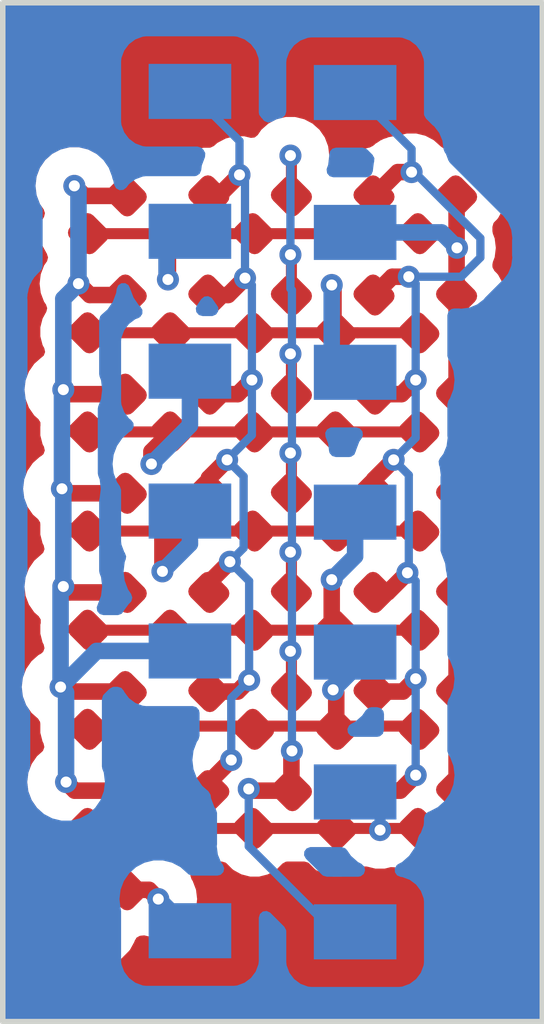
<source format=kicad_pcb>
(kicad_pcb (version 20221018) (generator pcbnew)
  (layers (0 "F.Cu" signal) (31 "B.Cu" signal) (34 "B.Paste" user) (35 "F.Paste" user) (36 "B.SilkS" user "B.Silkscreen") (37 "F.SilkS" user "F.Silkscreen") (38 "B.Mask" user) (39 "F.Mask" user) (44 "Edge.Cuts" user))
  (net 0 "")
  (net 1 "R1")
  (net 2 "C1")
  (net 3 "R2")
  (net 4 "R3")
  (net 5 "R4")
  (net 6 "R5")
  (net 7 "R6")
  (net 8 "R7")
  (net 9 "C2")
  (net 10 "C3")
  (net 11 "C4")
  (net 12 "C5")
  (net 13 "DP")
  (footprint "LED_SMD:LED_0402_1005Metric" (layer "F.Cu") (at 24.9 31.05 45)
    (fp_text reference "D19" hide)
    (fp_text value "LED" hide)
    (pad "1" smd roundrect (at -0.485 0 45) (size 0.59 0.64) (layers "F.Cu" "F.Paste" "F.Mask") (net 6 "R5"))
    (pad "2" smd roundrect (at 0.485 0 45) (size 0.59 0.64) (layers "F.Cu" "F.Paste" "F.Mask") (net 10 "C3"))
  )
  (footprint "LED_SMD:LED_0402_1005Metric" (layer "F.Cu") (at 26.4 23.85 45)
    (fp_text reference "D22" hide)
    (fp_text value "LED" hide)
    (pad "1" smd roundrect (at -0.485 0 45) (size 0.59 0.64) (layers "F.Cu" "F.Paste" "F.Mask") (net 1 "R1"))
    (pad "2" smd roundrect (at 0.485 0 45) (size 0.59 0.64) (layers "F.Cu" "F.Paste" "F.Mask") (net 11 "C4"))
  )
  (footprint "LED_SMD:LED_0402_1005Metric" (layer "F.Cu") (at 27.9 34.65 45)
    (fp_text reference "D35" hide)
    (fp_text value "LED" hide)
    (pad "1" smd roundrect (at -0.485 0 45) (size 0.59 0.64) (layers "F.Cu" "F.Paste" "F.Mask") (net 8 "R7"))
    (pad "2" smd roundrect (at 0.485 0 45) (size 0.59 0.64) (layers "F.Cu" "F.Paste" "F.Mask") (net 12 "C5"))
  )
  (footprint "LED_SMD:LED_0402_1005Metric" (layer "F.Cu") (at 27.9 23.85 45)
    (fp_text reference "D29" hide)
    (fp_text value "LED" hide)
    (pad "1" smd roundrect (at -0.485 0 45) (size 0.59 0.64) (layers "F.Cu" "F.Paste" "F.Mask") (net 1 "R1"))
    (pad "2" smd roundrect (at 0.485 0 45) (size 0.59 0.64) (layers "F.Cu" "F.Paste" "F.Mask") (net 12 "C5"))
  )
  (footprint "LED_SMD:LED_0402_1005Metric" (layer "F.Cu") (at 24.9 27.45 45)
    (fp_text reference "D17" hide)
    (fp_text value "LED" hide)
    (pad "1" smd roundrect (at -0.485 0 45) (size 0.59 0.64) (layers "F.Cu" "F.Paste" "F.Mask") (net 4 "R3"))
    (pad "2" smd roundrect (at 0.485 0 45) (size 0.59 0.64) (layers "F.Cu" "F.Paste" "F.Mask") (net 10 "C3"))
  )
  (footprint "LED_SMD:LED_0402_1005Metric" (layer "F.Cu") (at 26.4 32.85 45)
    (fp_text reference "D27" hide)
    (fp_text value "LED" hide)
    (pad "1" smd roundrect (at -0.485 0 45) (size 0.59 0.64) (layers "F.Cu" "F.Paste" "F.Mask") (net 7 "R6"))
    (pad "2" smd roundrect (at 0.485 0 45) (size 0.59 0.64) (layers "F.Cu" "F.Paste" "F.Mask") (net 11 "C4"))
  )
  (footprint "LED_SMD:LED_0402_1005Metric" (layer "F.Cu") (at 21.9 32.85 45)
    (fp_text reference "D6" hide)
    (fp_text value "LED" hide)
    (pad "1" smd roundrect (at -0.485 0 45) (size 0.59 0.64) (layers "F.Cu" "F.Paste" "F.Mask") (net 7 "R6"))
    (pad "2" smd roundrect (at 0.485 0 45) (size 0.59 0.64) (layers "F.Cu" "F.Paste" "F.Mask") (net 2 "C1"))
  )
  (footprint "LED_SMD:LED_0402_1005Metric" (layer "F.Cu") (at 24.9 23.85 45)
    (fp_text reference "D15" hide)
    (fp_text value "LED" hide)
    (pad "1" smd roundrect (at -0.485 0 45) (size 0.59 0.64) (layers "F.Cu" "F.Paste" "F.Mask") (net 1 "R1"))
    (pad "2" smd roundrect (at 0.485 0 45) (size 0.59 0.64) (layers "F.Cu" "F.Paste" "F.Mask") (net 10 "C3"))
  )
  (footprint "LED_SMD:LED_0402_1005Metric" (layer "F.Cu") (at 21.9 23.85 45)
    (fp_text reference "D1" hide)
    (fp_text value "LED" hide)
    (pad "1" smd roundrect (at -0.485 0 45) (size 0.59 0.64) (layers "F.Cu" "F.Paste" "F.Mask") (net 1 "R1"))
    (pad "2" smd roundrect (at 0.485 0 45) (size 0.59 0.64) (layers "F.Cu" "F.Paste" "F.Mask") (net 2 "C1"))
  )
  (footprint "LED_SMD:LED_0402_1005Metric" (layer "F.Cu") (at 23.4 25.65 45)
    (fp_text reference "D9" hide)
    (fp_text value "LED" hide)
    (pad "1" smd roundrect (at -0.485 0 45) (size 0.59 0.64) (layers "F.Cu" "F.Paste" "F.Mask") (net 3 "R2"))
    (pad "2" smd roundrect (at 0.485 0 45) (size 0.59 0.64) (layers "F.Cu" "F.Paste" "F.Mask") (net 9 "C2"))
  )
  (footprint "LED_SMD:LED_0402_1005Metric" (layer "F.Cu") (at 27.9 31.05 45)
    (fp_text reference "D33" hide)
    (fp_text value "LED" hide)
    (pad "1" smd roundrect (at -0.485 0 45) (size 0.59 0.64) (layers "F.Cu" "F.Paste" "F.Mask") (net 6 "R5"))
    (pad "2" smd roundrect (at 0.485 0 45) (size 0.59 0.64) (layers "F.Cu" "F.Paste" "F.Mask") (net 12 "C5"))
  )
  (footprint "LED_SMD:LED_0402_1005Metric" (layer "F.Cu") (at 26.4 34.65 45)
    (fp_text reference "D28" hide)
    (fp_text value "LED" hide)
    (pad "1" smd roundrect (at -0.485 0 45) (size 0.59 0.64) (layers "F.Cu" "F.Paste" "F.Mask") (net 8 "R7"))
    (pad "2" smd roundrect (at 0.485 0 45) (size 0.59 0.64) (layers "F.Cu" "F.Paste" "F.Mask") (net 11 "C4"))
  )
  (footprint "LED_SMD:LED_0402_1005Metric" (layer "F.Cu") (at 26.4 31.05 45)
    (fp_text reference "D26" hide)
    (fp_text value "LED" hide)
    (pad "1" smd roundrect (at -0.485 0 45) (size 0.59 0.64) (layers "F.Cu" "F.Paste" "F.Mask") (net 6 "R5"))
    (pad "2" smd roundrect (at 0.485 0 45) (size 0.59 0.64) (layers "F.Cu" "F.Paste" "F.Mask") (net 11 "C4"))
  )
  (footprint "LED_SMD:LED_0402_1005Metric" (layer "F.Cu") (at 27.9 25.65 45)
    (fp_text reference "D30" hide)
    (fp_text value "LED" hide)
    (pad "1" smd roundrect (at -0.485 0 45) (size 0.59 0.64) (layers "F.Cu" "F.Paste" "F.Mask") (net 3 "R2"))
    (pad "2" smd roundrect (at 0.485 0 45) (size 0.59 0.64) (layers "F.Cu" "F.Paste" "F.Mask") (net 12 "C5"))
  )
  (footprint "LED_SMD:LED_0402_1005Metric" (layer "F.Cu") (at 27.9 29.25 45)
    (fp_text reference "D32" hide)
    (fp_text value "LED" hide)
    (pad "1" smd roundrect (at -0.485 0 45) (size 0.59 0.64) (layers "F.Cu" "F.Paste" "F.Mask") (net 5 "R4"))
    (pad "2" smd roundrect (at 0.485 0 45) (size 0.59 0.64) (layers "F.Cu" "F.Paste" "F.Mask") (net 12 "C5"))
  )
  (footprint "LED_SMD:LED_0402_1005Metric" (layer "F.Cu") (at 21.9 36.45 45)
    (fp_text reference "D36" hide)
    (fp_text value "LED" hide)
    (pad "1" smd roundrect (at -0.485 0 45) (size 0.59 0.64) (layers "F.Cu" "F.Paste" "F.Mask") (net 8 "R7"))
    (pad "2" smd roundrect (at 0.485 0 45) (size 0.59 0.64) (layers "F.Cu" "F.Paste" "F.Mask") (net 13 "DP"))
  )
  (footprint "LED_SMD:LED_0402_1005Metric" (layer "F.Cu") (at 24.9 29.25 45)
    (fp_text reference "D18" hide)
    (fp_text value "LED" hide)
    (pad "1" smd roundrect (at -0.485 0 45) (size 0.59 0.64) (layers "F.Cu" "F.Paste" "F.Mask") (net 5 "R4"))
    (pad "2" smd roundrect (at 0.485 0 45) (size 0.59 0.64) (layers "F.Cu" "F.Paste" "F.Mask") (net 10 "C3"))
  )
  (footprint "LED_SMD:LED_0402_1005Metric" (layer "F.Cu") (at 21.9 25.65 45)
    (fp_text reference "D2" hide)
    (fp_text value "LED" hide)
    (pad "1" smd roundrect (at -0.485 0 45) (size 0.59 0.64) (layers "F.Cu" "F.Paste" "F.Mask") (net 3 "R2"))
    (pad "2" smd roundrect (at 0.485 0 45) (size 0.59 0.64) (layers "F.Cu" "F.Paste" "F.Mask") (net 2 "C1"))
  )
  (footprint "LED_SMD:LED_0402_1005Metric" (layer "F.Cu") (at 24.9 25.65 45)
    (fp_text reference "D16" hide)
    (fp_text value "LED" hide)
    (pad "1" smd roundrect (at -0.485 0 45) (size 0.59 0.64) (layers "F.Cu" "F.Paste" "F.Mask") (net 3 "R2"))
    (pad "2" smd roundrect (at 0.485 0 45) (size 0.59 0.64) (layers "F.Cu" "F.Paste" "F.Mask") (net 10 "C3"))
  )
  (footprint "LED_SMD:LED_0402_1005Metric" (layer "F.Cu") (at 27.9 32.85 45)
    (fp_text reference "D34" hide)
    (fp_text value "LED" hide)
    (pad "1" smd roundrect (at -0.485 0 45) (size 0.59 0.64) (layers "F.Cu" "F.Paste" "F.Mask") (net 7 "R6"))
    (pad "2" smd roundrect (at 0.485 0 45) (size 0.59 0.64) (layers "F.Cu" "F.Paste" "F.Mask") (net 12 "C5"))
  )
  (footprint "LED_SMD:LED_0402_1005Metric" (layer "F.Cu") (at 26.4 27.45 45)
    (fp_text reference "D24" hide)
    (fp_text value "LED" hide)
    (pad "1" smd roundrect (at -0.485 0 45) (size 0.59 0.64) (layers "F.Cu" "F.Paste" "F.Mask") (net 4 "R3"))
    (pad "2" smd roundrect (at 0.485 0 45) (size 0.59 0.64) (layers "F.Cu" "F.Paste" "F.Mask") (net 11 "C4"))
  )
  (footprint "LED_SMD:LED_0402_1005Metric" (layer "F.Cu") (at 21.9 34.65 45)
    (fp_text reference "D7" hide)
    (fp_text value "LED" hide)
    (pad "1" smd roundrect (at -0.485 0 45) (size 0.59 0.64) (layers "F.Cu" "F.Paste" "F.Mask") (net 8 "R7"))
    (pad "2" smd roundrect (at 0.485 0 45) (size 0.59 0.64) (layers "F.Cu" "F.Paste" "F.Mask") (net 2 "C1"))
  )
  (footprint "LED_SMD:LED_0402_1005Metric" (layer "F.Cu") (at 23.4 32.85 45)
    (fp_text reference "D13" hide)
    (fp_text value "LED" hide)
    (pad "1" smd roundrect (at -0.485 0 45) (size 0.59 0.64) (layers "F.Cu" "F.Paste" "F.Mask") (net 7 "R6"))
    (pad "2" smd roundrect (at 0.485 0 45) (size 0.59 0.64) (layers "F.Cu" "F.Paste" "F.Mask") (net 9 "C2"))
  )
  (footprint "LED_SMD:LED_0402_1005Metric" (layer "F.Cu") (at 23.4 34.65 45)
    (fp_text reference "D14" hide)
    (fp_text value "LED" hide)
    (pad "1" smd roundrect (at -0.485 0 45) (size 0.59 0.64) (layers "F.Cu" "F.Paste" "F.Mask") (net 8 "R7"))
    (pad "2" smd roundrect (at 0.485 0 45) (size 0.59 0.64) (layers "F.Cu" "F.Paste" "F.Mask") (net 9 "C2"))
  )
  (footprint "LED_SMD:LED_0402_1005Metric" (layer "F.Cu") (at 27.9 27.45 45)
    (fp_text reference "D31" hide)
    (fp_text value "LED" hide)
    (pad "1" smd roundrect (at -0.485 0 45) (size 0.59 0.64) (layers "F.Cu" "F.Paste" "F.Mask") (net 4 "R3"))
    (pad "2" smd roundrect (at 0.485 0 45) (size 0.59 0.64) (layers "F.Cu" "F.Paste" "F.Mask") (net 12 "C5"))
  )
  (footprint "LED_SMD:LED_0402_1005Metric" (layer "F.Cu") (at 23.4 29.25 45)
    (fp_text reference "D11" hide)
    (fp_text value "LED" hide)
    (pad "1" smd roundrect (at -0.485 0 45) (size 0.59 0.64) (layers "F.Cu" "F.Paste" "F.Mask") (net 5 "R4"))
    (pad "2" smd roundrect (at 0.485 0 45) (size 0.59 0.64) (layers "F.Cu" "F.Paste" "F.Mask") (net 9 "C2"))
  )
  (footprint "LED_SMD:LED_0402_1005Metric" (layer "F.Cu") (at 21.9 31.05 45)
    (fp_text reference "D5" hide)
    (fp_text value "LED" hide)
    (pad "1" smd roundrect (at -0.485 0 45) (size 0.59 0.64) (layers "F.Cu" "F.Paste" "F.Mask") (net 6 "R5"))
    (pad "2" smd roundrect (at 0.485 0 45) (size 0.59 0.64) (layers "F.Cu" "F.Paste" "F.Mask") (net 2 "C1"))
  )
  (footprint "LED_SMD:LED_0402_1005Metric" (layer "F.Cu") (at 23.4 31.05 45)
    (fp_text reference "D12" hide)
    (fp_text value "LED" hide)
    (pad "1" smd roundrect (at -0.485 0 45) (size 0.59 0.64) (layers "F.Cu" "F.Paste" "F.Mask") (net 6 "R5"))
    (pad "2" smd roundrect (at 0.485 0 45) (size 0.59 0.64) (layers "F.Cu" "F.Paste" "F.Mask") (net 9 "C2"))
  )
  (footprint "LED_SMD:LED_0402_1005Metric" (layer "F.Cu") (at 23.4 27.45 45)
    (fp_text reference "D10" hide)
    (fp_text value "LED" hide)
    (pad "1" smd roundrect (at -0.485 0 45) (size 0.59 0.64) (layers "F.Cu" "F.Paste" "F.Mask") (net 4 "R3"))
    (pad "2" smd roundrect (at 0.485 0 45) (size 0.59 0.64) (layers "F.Cu" "F.Paste" "F.Mask") (net 9 "C2"))
  )
  (footprint "LED_SMD:LED_0402_1005Metric" (layer "F.Cu") (at 21.9 29.25 45)
    (fp_text reference "D4" hide)
    (fp_text value "LED" hide)
    (pad "1" smd roundrect (at -0.485 0 45) (size 0.59 0.64) (layers "F.Cu" "F.Paste" "F.Mask") (net 5 "R4"))
    (pad "2" smd roundrect (at 0.485 0 45) (size 0.59 0.64) (layers "F.Cu" "F.Paste" "F.Mask") (net 2 "C1"))
  )
  (footprint "LED_SMD:LED_0402_1005Metric" (layer "F.Cu") (at 24.9 32.85 45)
    (fp_text reference "D20" hide)
    (fp_text value "LED" hide)
    (pad "1" smd roundrect (at -0.485 0 45) (size 0.59 0.64) (layers "F.Cu" "F.Paste" "F.Mask") (net 7 "R6"))
    (pad "2" smd roundrect (at 0.485 0 45) (size 0.59 0.64) (layers "F.Cu" "F.Paste" "F.Mask") (net 10 "C3"))
  )
  (footprint "LED_SMD:LED_0402_1005Metric" (layer "F.Cu") (at 26.4 25.65 45)
    (fp_text reference "D23" hide)
    (fp_text value "LED" hide)
    (pad "1" smd roundrect (at -0.485 0 45) (size 0.59 0.64) (layers "F.Cu" "F.Paste" "F.Mask") (net 3 "R2"))
    (pad "2" smd roundrect (at 0.485 0 45) (size 0.59 0.64) (layers "F.Cu" "F.Paste" "F.Mask") (net 11 "C4"))
  )
  (footprint "LED_SMD:LED_0402_1005Metric" (layer "F.Cu") (at 24.9 34.65 45)
    (fp_text reference "D21" hide)
    (fp_text value "LED" hide)
    (pad "1" smd roundrect (at -0.485 0 45) (size 0.59 0.64) (layers "F.Cu" "F.Paste" "F.Mask") (net 8 "R7"))
    (pad "2" smd roundrect (at 0.485 0 45) (size 0.59 0.64) (layers "F.Cu" "F.Paste" "F.Mask") (net 10 "C3"))
  )
  (footprint "LED_SMD:LED_0402_1005Metric" (layer "F.Cu") (at 21.9 27.45 45)
    (fp_text reference "D3" hide)
    (fp_text value "LED" hide)
    (pad "1" smd roundrect (at -0.485 0 45) (size 0.59 0.64) (layers "F.Cu" "F.Paste" "F.Mask") (net 4 "R3"))
    (pad "2" smd roundrect (at 0.485 0 45) (size 0.59 0.64) (layers "F.Cu" "F.Paste" "F.Mask") (net 2 "C1"))
  )
  (footprint "LED_SMD:LED_0402_1005Metric" (layer "F.Cu") (at 23.4 23.85 45)
    (fp_text reference "D8" hide)
    (fp_text value "LED" hide)
    (pad "1" smd roundrect (at -0.485 0 45) (size 0.59 0.64) (layers "F.Cu" "F.Paste" "F.Mask") (net 1 "R1"))
    (pad "2" smd roundrect (at 0.485 0 45) (size 0.59 0.64) (layers "F.Cu" "F.Paste" "F.Mask") (net 9 "C2"))
  )
  (footprint "LED_SMD:LED_0402_1005Metric" (layer "F.Cu") (at 26.4 29.25 45)
    (fp_text reference "D25" hide)
    (fp_text value "LED" hide)
    (pad "1" smd roundrect (at -0.485 0 45) (size 0.59 0.64) (layers "F.Cu" "F.Paste" "F.Mask") (net 5 "R4"))
    (pad "2" smd roundrect (at 0.485 0 45) (size 0.59 0.64) (layers "F.Cu" "F.Paste" "F.Mask") (net 11 "C4"))
  )
  (footprint "Connector_PinHeader_2.54mm:PinHeader_2x07_P2.54mm_Vertical_SMD" (layer "B.Cu") (at 24.9 29.25 180)
    (fp_text reference "REF**" hide)
    (fp_text value "PinHeader_2x07_P2.54mm_Vertical_SMD" hide)
    (pad "1" smd rect (at 1.5 7.64 180) (size 1.5 1) (layers "B.Cu" "B.Paste" "B.Mask") (net 9 "C2"))
    (pad "2" smd rect (at 1.5 5.1 180) (size 1.5 1) (layers "B.Cu" "B.Paste" "B.Mask") (net 1 "R1"))
    (pad "3" smd rect (at 1.5 2.56 180) (size 1.5 1) (layers "B.Cu" "B.Paste" "B.Mask") (net 4 "R3"))
    (pad "4" smd rect (at 1.5 0.02 180) (size 1.5 1) (layers "B.Cu" "B.Paste" "B.Mask") (net 5 "R4"))
    (pad "5" smd rect (at 1.5 -2.52 180) (size 1.5 1) (layers "B.Cu" "B.Paste" "B.Mask") (net 2 "C1"))
    (pad "7" smd rect (at 1.5 -7.6 180) (size 1.5 1) (layers "B.Cu" "B.Paste" "B.Mask") (net 13 "DP"))
    (pad "8" smd rect (at -1.5 -7.62 180) (size 1.5 1) (layers "B.Cu" "B.Paste" "B.Mask") (net 10 "C3"))
    (pad "9" smd rect (at -1.5 -5.08 180) (size 1.5 1) (layers "B.Cu" "B.Paste" "B.Mask") (net 8 "R7"))
    (pad "10" smd rect (at -1.5 -2.54 180) (size 1.5 1) (layers "B.Cu" "B.Paste" "B.Mask") (net 7 "R6"))
    (pad "11" smd rect (at -1.5 0 180) (size 1.5 1) (layers "B.Cu" "B.Paste" "B.Mask") (net 6 "R5"))
    (pad "12" smd rect (at -1.5 2.54 180) (size 1.5 1) (layers "B.Cu" "B.Paste" "B.Mask") (net 3 "R2"))
    (pad "13" smd rect (at -1.5 5.08 180) (size 1.5 1) (layers "B.Cu" "B.Paste" "B.Mask") (net 12 "C5"))
    (pad "14" smd rect (at -1.5 7.62 180) (size 1.5 1) (layers "B.Cu" "B.Paste" "B.Mask") (net 11 "C4"))
  )
  (gr_rect (start 20 20) (end 29.8 38.5) (stroke (width 0.1)) (fill none) (layer "Edge.Cuts"))
  (segment (start 23 24.25) (end 23.057053 24.192947) (width 0.3) (layer "F.Cu") (net 1))
  (segment (start 21.557053 24.192947) (end 27.557053 24.192947) (width 0.2) (layer "F.Cu") (net 1))
  (segment (start 23 25.025) (end 23 24.25) (width 0.3) (layer "F.Cu") (net 1))
  (via (at 23 25.025) (size 0.4) (drill 0.2) (layers "F.Cu" "B.Cu") (net 1))
  (segment (start 23.4 24.15) (end 22.975 24.575) (width 0.3) (layer "B.Cu") (net 1))
  (segment (start 22.975 25) (end 23 25.025) (width 0.3) (layer "B.Cu") (net 1))
  (segment (start 22.975 24.575) (end 22.975 25) (width 0.3) (layer "B.Cu") (net 1))
  (segment (start 21.157053 28.907053) (end 21.075 28.825) (width 0.3) (layer "F.Cu") (net 2))
  (segment (start 21.307053 34.307053) (end 21.15 34.15) (width 0.3) (layer "F.Cu") (net 2))
  (segment (start 22.242947 23.507053) (end 21.482053 23.507053) (width 0.3) (layer "F.Cu") (net 2))
  (segment (start 22.242947 27.107053) (end 21.182053 27.107053) (width 0.3) (layer "F.Cu") (net 2))
  (segment (start 22.242947 32.507053) (end 21.132053 32.507053) (width 0.3) (layer "F.Cu") (net 2))
  (segment (start 21.132053 32.507053) (end 21.05 32.425) (width 0.3) (layer "F.Cu") (net 2))
  (segment (start 22.242947 25.307053) (end 21.582053 25.307053) (width 0.3) (layer "F.Cu") (net 2))
  (segment (start 22.242947 34.307053) (end 21.307053 34.307053) (width 0.3) (layer "F.Cu") (net 2))
  (segment (start 21.582053 25.307053) (end 21.375 25.1) (width 0.3) (layer "F.Cu") (net 2))
  (segment (start 21.207053 30.707053) (end 21.1 30.6) (width 0.3) (layer "F.Cu") (net 2))
  (segment (start 22.242947 30.707053) (end 21.207053 30.707053) (width 0.3) (layer "F.Cu") (net 2))
  (segment (start 21.482053 23.507053) (end 21.3 23.325) (width 0.3) (layer "F.Cu") (net 2))
  (segment (start 21.182053 27.107053) (end 21.1 27.025) (width 0.3) (layer "F.Cu") (net 2))
  (segment (start 22.242947 28.907053) (end 21.157053 28.907053) (width 0.3) (layer "F.Cu") (net 2))
  (via (at 21.375 25.1) (size 0.4) (drill 0.2) (layers "F.Cu" "B.Cu") (net 2))
  (via (at 21.15 34.15) (size 0.4) (drill 0.2) (layers "F.Cu" "B.Cu") (net 2))
  (via (at 21.1 30.6) (size 0.4) (drill 0.2) (layers "F.Cu" "B.Cu") (net 2))
  (via (at 21.3 23.325) (size 0.4) (drill 0.2) (layers "F.Cu" "B.Cu") (net 2))
  (via (at 21.075 28.825) (size 0.4) (drill 0.2) (layers "F.Cu" "B.Cu") (net 2))
  (via (at 21.1 27.025) (size 0.4) (drill 0.2) (layers "F.Cu" "B.Cu") (net 2))
  (via (at 21.05 32.425) (size 0.4) (drill 0.2) (layers "F.Cu" "B.Cu") (net 2))
  (segment (start 21.05 30.65) (end 21.1 30.6) (width 0.3) (layer "B.Cu") (net 2))
  (segment (start 21.1 30.6) (end 21.1 28.85) (width 0.3) (layer "B.Cu") (net 2))
  (segment (start 23.4 31.77) (end 21.705 31.77) (width 0.3) (layer "B.Cu") (net 2))
  (segment (start 21.075 28.825) (end 21.075 27.05) (width 0.3) (layer "B.Cu") (net 2))
  (segment (start 21.375 23.4) (end 21.3 23.325) (width 0.3) (layer "B.Cu") (net 2))
  (segment (start 21.375 25.1) (end 21.375 23.4) (width 0.3) (layer "B.Cu") (net 2))
  (segment (start 21.1 27.025) (end 21.1 25.375) (width 0.3) (layer "B.Cu") (net 2))
  (segment (start 21.15 32.525) (end 21.05 32.425) (width 0.3) (layer "B.Cu") (net 2))
  (segment (start 21.1 25.375) (end 21.375 25.1) (width 0.3) (layer "B.Cu") (net 2))
  (segment (start 21.05 32.425) (end 21.05 30.65) (width 0.3) (layer "B.Cu") (net 2))
  (segment (start 21.15 34.15) (end 21.15 32.525) (width 0.3) (layer "B.Cu") (net 2))
  (segment (start 21.1 28.85) (end 21.075 28.825) (width 0.3) (layer "B.Cu") (net 2))
  (segment (start 21.075 27.05) (end 21.1 27.025) (width 0.3) (layer "B.Cu") (net 2))
  (segment (start 21.705 31.77) (end 21.05 32.425) (width 0.3) (layer "B.Cu") (net 2))
  (segment (start 26.057053 25.992947) (end 26.057053 25.207053) (width 0.2) (layer "F.Cu") (net 3))
  (segment (start 26.45 25.992947) (end 26.057053 25.992947) (width 0.2) (layer "F.Cu") (net 3))
  (segment (start 27.557053 25.992947) (end 26.45 25.992947) (width 0.2) (layer "F.Cu") (net 3))
  (segment (start 26.45 25.992947) (end 21.557053 25.992947) (width 0.2) (layer "F.Cu") (net 3))
  (segment (start 26.057053 25.207053) (end 25.975 25.125) (width 0.2) (layer "F.Cu") (net 3))
  (via (at 25.975 25.125) (size 0.4) (drill 0.2) (layers "F.Cu" "B.Cu") (net 3))
  (segment (start 25.975 26.285) (end 26.4 26.71) (width 0.3) (layer "B.Cu") (net 3))
  (segment (start 25.975 25.125) (end 25.975 26.285) (width 0.3) (layer "B.Cu") (net 3))
  (segment (start 22.7 28.15) (end 23.057053 27.792947) (width 0.3) (layer "F.Cu") (net 4))
  (segment (start 21.557053 27.792947) (end 27.557053 27.792947) (width 0.2) (layer "F.Cu") (net 4))
  (segment (start 22.7 28.375) (end 22.7 28.15) (width 0.3) (layer "F.Cu") (net 4))
  (via (at 22.7 28.375) (size 0.4) (drill 0.2) (layers "F.Cu" "B.Cu") (net 4))
  (segment (start 23.4 26.69) (end 23.4 27.675) (width 0.3) (layer "B.Cu") (net 4))
  (segment (start 23.4 27.675) (end 22.7 28.375) (width 0.3) (layer "B.Cu") (net 4))
  (segment (start 21.557053 29.592947) (end 27.557053 29.592947) (width 0.2) (layer "F.Cu") (net 5))
  (segment (start 22.9 29.75) (end 23.057053 29.592947) (width 0.3) (layer "F.Cu") (net 5))
  (segment (start 22.9 30.325) (end 22.9 29.75) (width 0.3) (layer "F.Cu") (net 5))
  (via (at 22.9 30.325) (size 0.4) (drill 0.2) (layers "F.Cu" "B.Cu") (net 5))
  (segment (start 23.4 29.825) (end 22.9 30.325) (width 0.3) (layer "B.Cu") (net 5))
  (segment (start 23.4 29.23) (end 23.4 29.825) (width 0.3) (layer "B.Cu") (net 5))
  (segment (start 25.975 30.475) (end 25.975 31.310894) (width 0.3) (layer "F.Cu") (net 6))
  (segment (start 27.557053 31.392947) (end 21.557053 31.392947) (width 0.2) (layer "F.Cu") (net 6))
  (segment (start 25.975 31.310894) (end 26.057053 31.392947) (width 0.3) (layer "F.Cu") (net 6))
  (via (at 25.975 30.475) (size 0.4) (drill 0.2) (layers "F.Cu" "B.Cu") (net 6))
  (segment (start 26.4 29.25) (end 26.4 30.05) (width 0.3) (layer "B.Cu") (net 6))
  (segment (start 26.4 30.05) (end 25.975 30.475) (width 0.3) (layer "B.Cu") (net 6))
  (segment (start 26.057053 33.192947) (end 26.057053 32.532053) (width 0.3) (layer "F.Cu") (net 7))
  (segment (start 21.615491 33.134509) (end 21.557053 33.192947) (width 0.2) (layer "F.Cu") (net 7))
  (segment (start 27.557053 33.192947) (end 27.498615 33.134509) (width 0.2) (layer "F.Cu") (net 7))
  (segment (start 27.498615 33.134509) (end 21.615491 33.134509) (width 0.2) (layer "F.Cu") (net 7))
  (segment (start 26.057053 32.532053) (end 26 32.475) (width 0.3) (layer "F.Cu") (net 7))
  (via (at 26 32.475) (size 0.4) (drill 0.2) (layers "F.Cu" "B.Cu") (net 7))
  (segment (start 26.4 31.79) (end 26.4 32.075) (width 0.3) (layer "B.Cu") (net 7))
  (segment (start 26.4 32.075) (end 26 32.475) (width 0.3) (layer "B.Cu") (net 7))
  (segment (start 26.881433 34.992947) (end 27.557053 34.992947) (width 0.2) (layer "F.Cu") (net 8))
  (segment (start 26.852646 35.021734) (end 26.823859 34.992947) (width 0.2) (layer "F.Cu") (net 8))
  (segment (start 21.557053 36.792947) (end 21.557053 34.992947) (width 0.3) (layer "F.Cu") (net 8))
  (segment (start 26.823859 34.992947) (end 21.557053 34.992947) (width 0.2) (layer "F.Cu") (net 8))
  (segment (start 26.852646 35.021734) (end 26.881433 34.992947) (width 0.2) (layer "F.Cu") (net 8))
  (via (at 26.852646 35.021734) (size 0.4) (drill 0.2) (layers "F.Cu" "B.Cu") (net 8))
  (segment (start 26.852646 34.782646) (end 26.4 34.33) (width 0.2) (layer "B.Cu") (net 8))
  (segment (start 26.852646 35.021734) (end 26.852646 34.782646) (width 0.2) (layer "B.Cu") (net 8))
  (segment (start 24.267947 32.507053) (end 24.475 32.3) (width 0.3) (layer "F.Cu") (net 9))
  (segment (start 23.742947 32.507053) (end 24.267947 32.507053) (width 0.3) (layer "F.Cu") (net 9))
  (segment (start 23.742947 28.907053) (end 23.742947 28.632053) (width 0.3) (layer "F.Cu") (net 9))
  (segment (start 24.092947 25.307053) (end 24.4 25) (width 0.3) (layer "F.Cu") (net 9))
  (segment (start 23.742947 34.157053) (end 24.15 33.75) (width 0.3) (layer "F.Cu") (net 9))
  (segment (start 23.917947 23.507053) (end 24.3 23.125) (width 0.3) (layer "F.Cu") (net 9))
  (segment (start 23.742947 23.507053) (end 23.917947 23.507053) (width 0.3) (layer "F.Cu") (net 9))
  (segment (start 23.742947 27.107053) (end 24.267947 27.107053) (width 0.3) (layer "F.Cu") (net 9))
  (segment (start 23.742947 30.532053) (end 24.125 30.15) (width 0.3) (layer "F.Cu") (net 9))
  (segment (start 24.267947 27.107053) (end 24.525 26.85) (width 0.3) (layer "F.Cu") (net 9))
  (segment (start 23.742947 25.307053) (end 24.092947 25.307053) (width 0.3) (layer "F.Cu") (net 9))
  (segment (start 23.742947 28.632053) (end 24.075 28.3) (width 0.3) (layer "F.Cu") (net 9))
  (segment (start 23.742947 30.707053) (end 23.742947 30.532053) (width 0.3) (layer "F.Cu") (net 9))
  (segment (start 23.742947 34.307053) (end 23.742947 34.157053) (width 0.3) (layer "F.Cu") (net 9))
  (via (at 24.4 25) (size 0.4) (drill 0.2) (layers "F.Cu" "B.Cu") (net 9))
  (via (at 24.15 33.75) (size 0.4) (drill 0.2) (layers "F.Cu" "B.Cu") (net 9))
  (via (at 24.475 32.3) (size 0.4) (drill 0.2) (layers "F.Cu" "B.Cu") (net 9))
  (via (at 24.525 26.85) (size 0.4) (drill 0.2) (layers "F.Cu" "B.Cu") (net 9))
  (via (at 24.3 23.125) (size 0.4) (drill 0.2) (layers "F.Cu" "B.Cu") (net 9))
  (via (at 24.075 28.3) (size 0.4) (drill 0.2) (layers "F.Cu" "B.Cu") (net 9))
  (via (at 24.125 30.15) (size 0.4) (drill 0.2) (layers "F.Cu" "B.Cu") (net 9))
  (segment (start 24.525 25.125) (end 24.4 25) (width 0.15) (layer "B.Cu") (net 9))
  (segment (start 24.475 32.3) (end 24.475 30.5) (width 0.15) (layer "B.Cu") (net 9))
  (segment (start 24.3 22.51) (end 23.4 21.61) (width 0.15) (layer "B.Cu") (net 9))
  (segment (start 24.15 32.625) (end 24.475 32.3) (width 0.15) (layer "B.Cu") (net 9))
  (segment (start 24.3 23.125) (end 24.3 22.51) (width 0.15) (layer "B.Cu") (net 9))
  (segment (start 24.075 28.3) (end 24.525 27.85) (width 0.15) (layer "B.Cu") (net 9))
  (segment (start 24.375 29.9) (end 24.375 28.6) (width 0.15) (layer "B.Cu") (net 9))
  (segment (start 24.4 23.225) (end 24.3 23.125) (width 0.15) (layer "B.Cu") (net 9))
  (segment (start 24.4 25) (end 24.4 23.225) (width 0.15) (layer "B.Cu") (net 9))
  (segment (start 24.375 28.6) (end 24.075 28.3) (width 0.15) (layer "B.Cu") (net 9))
  (segment (start 24.525 27.85) (end 24.525 26.85) (width 0.15) (layer "B.Cu") (net 9))
  (segment (start 24.15 33.75) (end 24.15 32.625) (width 0.15) (layer "B.Cu") (net 9))
  (segment (start 24.125 30.15) (end 24.375 29.9) (width 0.15) (layer "B.Cu") (net 9))
  (segment (start 24.525 26.85) (end 24.525 25.125) (width 0.15) (layer "B.Cu") (net 9))
  (segment (start 24.475 30.5) (end 24.125 30.15) (width 0.15) (layer "B.Cu") (net 9))
  (segment (start 25.242947 28.907053) (end 25.242947 28.192947) (width 0.2) (layer "F.Cu") (net 10))
  (segment (start 25.242947 24.592947) (end 25.225 24.575) (width 0.2) (layer "F.Cu") (net 10))
  (segment (start 25.242947 25.307053) (end 25.242947 24.592947) (width 0.2) (layer "F.Cu") (net 10))
  (segment (start 24.467693 34.274869) (end 24.499877 34.307053) (width 0.3) (layer "F.Cu") (net 10))
  (segment (start 25.242947 32.507053) (end 25.242947 31.792947) (width 0.2) (layer "F.Cu") (net 10))
  (segment (start 24.499877 34.307053) (end 25.242947 34.307053) (width 0.3) (layer "F.Cu") (net 10))
  (segment (start 25.242947 29.992947) (end 25.225 29.975) (width 0.2) (layer "F.Cu") (net 10))
  (segment (start 25.242947 30.707053) (end 25.242947 29.992947) (width 0.2) (layer "F.Cu") (net 10))
  (segment (start 25.242947 22.792947) (end 25.225 22.775) (width 0.2) (layer "F.Cu") (net 10))
  (segment (start 25.242947 26.392947) (end 25.225 26.375) (width 0.2) (layer "F.Cu") (net 10))
  (segment (start 25.242947 23.507053) (end 25.242947 22.792947) (width 0.2) (layer "F.Cu") (net 10))
  (segment (start 25.242947 34.307053) (end 25.242947 33.593759) (width 0.3) (layer "F.Cu") (net 10))
  (segment (start 25.242947 33.593759) (end 25.252197 33.584509) (width 0.3) (layer "F.Cu") (net 10))
  (segment (start 25.242947 27.107053) (end 25.242947 26.392947) (width 0.2) (layer "F.Cu") (net 10))
  (segment (start 25.242947 28.192947) (end 25.225 28.175) (width 0.2) (layer "F.Cu") (net 10))
  (segment (start 25.242947 31.792947) (end 25.225 31.775) (width 0.2) (layer "F.Cu") (net 10))
  (via (at 25.225 31.775) (size 0.4) (drill 0.2) (layers "F.Cu" "B.Cu") (net 10))
  (via (at 25.225 29.975) (size 0.4) (drill 0.2) (layers "F.Cu" "B.Cu") (net 10))
  (via (at 24.467693 34.274869) (size 0.4) (drill 0.2) (layers "F.Cu" "B.Cu") (net 10))
  (via (at 25.225 22.775) (size 0.4) (drill 0.2) (layers "F.Cu" "B.Cu") (net 10))
  (via (at 25.225 26.375) (size 0.4) (drill 0.2) (layers "F.Cu" "B.Cu") (net 10))
  (via (at 25.252197 33.584509) (size 0.4) (drill 0.2) (layers "F.Cu" "B.Cu") (net 10))
  (via (at 25.225 28.175) (size 0.4) (drill 0.2) (layers "F.Cu" "B.Cu") (net 10))
  (via (at 25.225 24.575) (size 0.4) (drill 0.2) (layers "F.Cu" "B.Cu") (net 10))
  (segment (start 24.467693 35.317693) (end 26.02 36.87) (width 0.15) (layer "B.Cu") (net 10))
  (segment (start 25.225 25.190606) (end 25.225 22.775) (width 0.15) (layer "B.Cu") (net 10))
  (segment (start 24.467693 34.274869) (end 24.467693 35.317693) (width 0.15) (layer "B.Cu") (net 10))
  (segment (start 26.02 36.87) (end 26.4 36.87) (width 0.15) (layer "B.Cu") (net 10))
  (segment (start 25.252197 33.584509) (end 25.252197 25.217803) (width 0.15) (layer "B.Cu") (net 10))
  (segment (start 25.252197 25.217803) (end 25.225 25.190606) (width 0.15) (layer "B.Cu") (net 10))
  (segment (start 26.742947 30.707053) (end 26.992947 30.707053) (width 0.3) (layer "F.Cu") (net 11))
  (segment (start 26.742947 32.507053) (end 27.267947 32.507053) (width 0.3) (layer "F.Cu") (net 11))
  (segment (start 27.175 23.075) (end 26.742947 23.507053) (width 0.3) (layer "F.Cu") (net 11))
  (segment (start 27.267947 32.507053) (end 27.5 32.275) (width 0.3) (layer "F.Cu") (net 11))
  (segment (start 26.742947 28.657053) (end 27.1 28.3) (width 0.3) (layer "F.Cu") (net 11))
  (segment (start 27.242947 27.107053) (end 27.5 26.85) (width 0.3) (layer "F.Cu") (net 11))
  (segment (start 27.217947 34.307053) (end 27.5 34.025) (width 0.3) (layer "F.Cu") (net 11))
  (segment (start 26.742947 27.107053) (end 27.242947 27.107053) (width 0.3) (layer "F.Cu") (net 11))
  (segment (start 27.425 23.075) (end 27.175 23.075) (width 0.3) (layer "F.Cu") (net 11))
  (segment (start 26.742947 28.907053) (end 26.742947 28.657053) (width 0.3) (layer "F.Cu") (net 11))
  (segment (start 27.075 24.975) (end 26.742947 25.307053) (width 0.3) (layer "F.Cu") (net 11))
  (segment (start 26.992947 30.707053) (end 27.35 30.35) (width 0.3) (layer "F.Cu") (net 11))
  (segment (start 27.375 24.975) (end 27.075 24.975) (width 0.3) (layer "F.Cu") (net 11))
  (segment (start 26.742947 34.307053) (end 27.217947 34.307053) (width 0.3) (layer "F.Cu") (net 11))
  (via (at 27.5 34.025) (size 0.4) (drill 0.2) (layers "F.Cu" "B.Cu") (net 11))
  (via (at 27.425 23.075) (size 0.4) (drill 0.2) (layers "F.Cu" "B.Cu") (net 11))
  (via (at 27.5 26.85) (size 0.4) (drill 0.2) (layers "F.Cu" "B.Cu") (net 11))
  (via (at 27.375 24.975) (size 0.4) (drill 0.2) (layers "F.Cu" "B.Cu") (net 11))
  (via (at 27.35 30.35) (size 0.4) (drill 0.2) (layers "F.Cu" "B.Cu") (net 11))
  (via (at 27.1 28.3) (size 0.4) (drill 0.2) (layers "F.Cu" "B.Cu") (net 11))
  (via (at 27.5 32.275) (size 0.4) (drill 0.2) (layers "F.Cu" "B.Cu") (net 11))
  (segment (start 27.5 30.5) (end 27.35 30.35) (width 0.15) (layer "B.Cu") (net 11))
  (segment (start 27.5 34.025) (end 27.5 32.275) (width 0.15) (layer "B.Cu") (net 11))
  (segment (start 28.326041 24.975) (end 28.675 24.626041) (width 0.15) (layer "B.Cu") (net 11))
  (segment (start 27.5 25.1) (end 27.375 24.975) (width 0.15) (layer "B.Cu") (net 11))
  (segment (start 27.5 32.275) (end 27.5 30.5) (width 0.15) (layer "B.Cu") (net 11))
  (segment (start 27.476041 23.075) (end 27.425 23.075) (width 0.15) (layer "B.Cu") (net 11))
  (segment (start 27.425 22.655) (end 26.4 21.63) (width 0.15) (layer "B.Cu") (net 11))
  (segment (start 27.5 27.9) (end 27.5 26.85) (width 0.15) (layer "B.Cu") (net 11))
  (segment (start 27.425 23.075) (end 27.425 22.655) (width 0.15) (layer "B.Cu") (net 11))
  (segment (start 27.375 30.325) (end 27.375 28.575) (width 0.15) (layer "B.Cu") (net 11))
  (segment (start 27.375 24.975) (end 28.326041 24.975) (width 0.15) (layer "B.Cu") (net 11))
  (segment (start 28.675 24.273959) (end 27.476041 23.075) (width 0.15) (layer "B.Cu") (net 11))
  (segment (start 27.5 26.85) (end 27.5 25.1) (width 0.15) (layer "B.Cu") (net 11))
  (segment (start 28.675 24.626041) (end 28.675 24.273959) (width 0.15) (layer "B.Cu") (net 11))
  (segment (start 27.375 28.575) (end 27.1 28.3) (width 0.15) (layer "B.Cu") (net 11))
  (segment (start 27.1 28.3) (end 27.5 27.9) (width 0.15) (layer "B.Cu") (net 11))
  (segment (start 27.35 30.35) (end 27.375 30.325) (width 0.15) (layer "B.Cu") (net 11))
  (segment (start 28.242947 34.307053) (end 28.242947 23.507053) (width 0.3) (layer "F.Cu") (net 12))
  (via (at 28.25 24.45) (size 0.4) (drill 0.2) (layers "F.Cu" "B.Cu") (net 12))
  (segment (start 26.4 24.17) (end 27.97 24.17) (width 0.3) (layer "B.Cu") (net 12))
  (segment (start 27.97 24.17) (end 28.25 24.45) (width 0.3) (layer "B.Cu") (net 12))
  (segment (start 22.657053 36.107053) (end 22.242947 36.107053) (width 0.3) (layer "F.Cu") (net 13))
  (segment (start 22.825 36.275) (end 22.657053 36.107053) (width 0.3) (layer "F.Cu") (net 13))
  (via (at 22.825 36.275) (size 0.4) (drill 0.2) (layers "F.Cu" "B.Cu") (net 13))
  (segment (start 22.825 36.275) (end 23.4 36.85) (width 0.3) (layer "B.Cu") (net 13))
  (zone (net 0) (net_name "") (layers "F&B.Cu") (connect_pads (clearance 0.5)) (min_thickness 0.25) (fill yes (thermal_gap 0.5) (thermal_bridge_width 0.5) (island_removal_mode 1) (island_area_min 10))
    (polygon (pts (xy 20 20) (xy 29.8 20) (xy 29.8 38.5) (xy 20 38.475)))
  )
)
</source>
